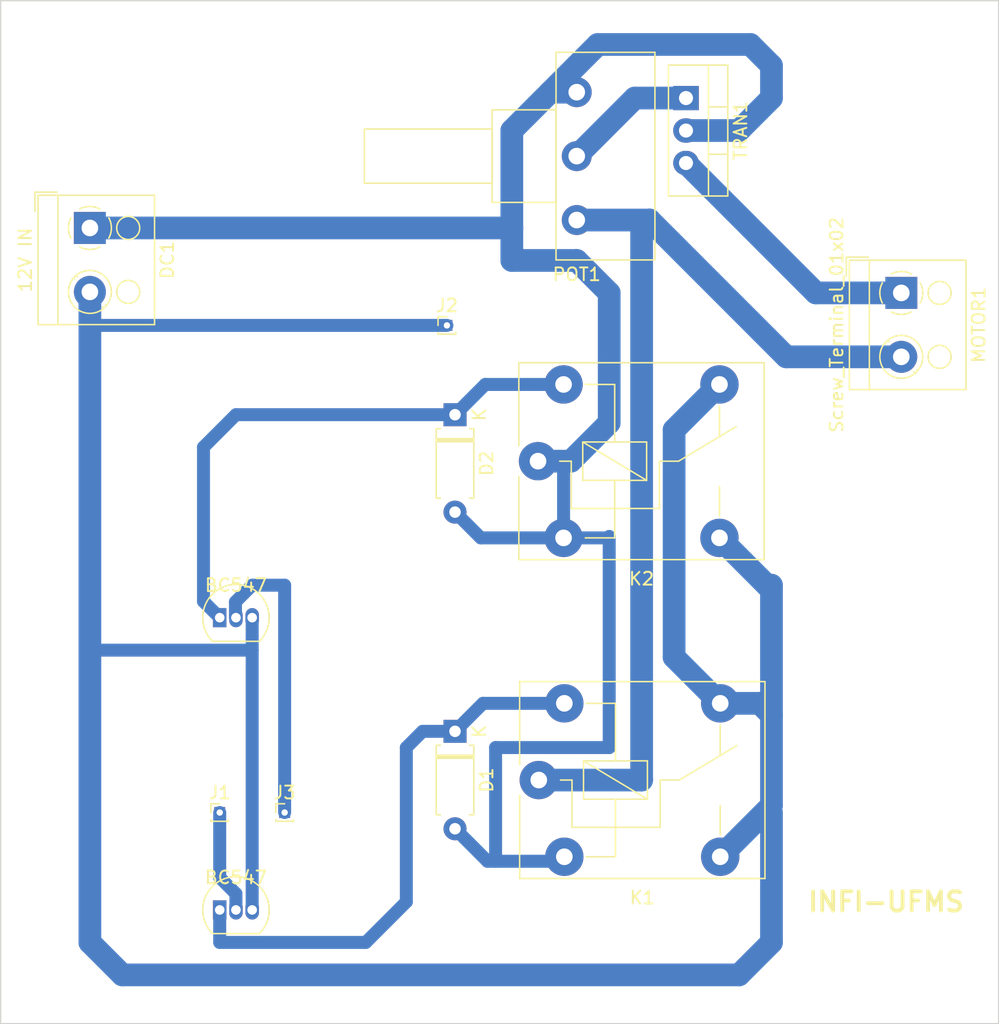
<source format=kicad_pcb>
(kicad_pcb (version 20211014) (generator pcbnew)
  (layers (0 "F.Cu" signal) (31 "B.Cu" signal) (34 "B.Paste" user) (35 "F.Paste" user) (36 "B.SilkS" user "B.Silkscreen") (37 "F.SilkS" user "F.Silkscreen") (38 "B.Mask" user) (39 "F.Mask" user) (44 "Edge.Cuts" user))
  (net 0 "")
  (net 1 "Net-(D1-Pad2)")
  (net 2 "Net-(D1-Pad1)")
  (net 3 "Net-(D2-Pad1)")
  (net 4 "Net-(J1-Pad1)")
  (net 5 "Net-(J3-Pad1)")
  (net 6 "Net-(K1-Pad11)")
  (net 7 "Net-(DC1-Pad2)")
  (net 8 "Net-(MOTOR1-Pad1)")
  (net 9 "Net-(POT1-Pad2)")
  (footprint "Package_TO_SOT_THT:TO-92_Inline" (layer "F.Cu") (at 73.66 137.16)
    (fp_text reference "Q1")
    (fp_text value "BC547" (at 1.27 -2.54) (layer "F.SilkS"))
    (fp_line (start -0.53 1.85) (end 3.07 1.85) (layer "F.SilkS") (width 0.12))
    (fp_arc (start -0.568478 1.838478) (mid -1.132087 -0.994977) (end 1.27 -2.6) (layer "F.SilkS") (width 0.12))
    (fp_arc (start 1.27 -2.6) (mid 3.672087 -0.994977) (end 3.108478 1.838478) (layer "F.SilkS") (width 0.12))
    (pad "1" thru_hole rect (at 0 0) (size 1.05 1.5) (drill 0.75) (layers *.Cu *.Mask) (net 2 "Net-(D1-Pad1)"))
    (pad "2" thru_hole oval (at 1.27 0) (size 1.05 1.5) (drill 0.75) (layers *.Cu *.Mask) (net 4 "Net-(J1-Pad1)"))
    (pad "3" thru_hole oval (at 2.54 0) (size 1.05 1.5) (drill 0.75) (layers *.Cu *.Mask) (net 7 "Net-(DC1-Pad2)"))
  )
  (footprint "Relay_THT:Relay_SPDT_Finder_36.11" (layer "F.Cu") (at 98.57 102.06)
    (fp_text reference "K2" (at 8.1 9.2) (layer "F.SilkS"))
    (fp_text value "FINDER-36.11")
    (fp_line (start 8.5 1.5) (end 3.5 -1.5) (layer "F.SilkS") (width 0.12))
    (fp_line (start -1.5 1.2) (end -1.5 7.7) (layer "F.SilkS") (width 0.12))
    (fp_line (start 6 1.5) (end 6 6) (layer "F.SilkS") (width 0.12))
    (fp_line (start 6 -6) (end 6 -1.5) (layer "F.SilkS") (width 0.12))
    (fp_line (start 14.2 -4.3) (end 14.2 -2) (layer "F.SilkS") (width 0.12))
    (fp_line (start 14.2 4.3) (end 14.2 2) (layer "F.SilkS") (width 0.12))
    (fp_line (start 9.5 3.7) (end 2.6 3.7) (layer "F.SilkS") (width 0.12))
    (fp_line (start 8.5 -1.5) (end 8.5 1.5) (layer "F.SilkS") (width 0.12))
    (fp_line (start 9.5 0) (end 11 0) (layer "F.SilkS") (width 0.12))
    (fp_line (start 9.5 0) (end 9.5 3.7) (layer "F.SilkS") (width 0.12))
    (fp_line (start 2.6 0) (end 1.7 0) (layer "F.SilkS") (width 0.12))
    (fp_line (start -1.5 -7.7) (end 17.7 -7.7) (layer "F.SilkS") (width 0.12))
    (fp_line (start 17.7 7.7) (end -1.5 7.7) (layer "F.SilkS") (width 0.12))
    (fp_line (start 8.5 1.5) (end 3.5 1.5) (layer "F.SilkS") (width 0.12))
    (fp_line (start 3.7 6) (end 6 6) (layer "F.SilkS") (width 0.12))
    (fp_line (start -1.5 -7.7) (end -1.5 -1.2) (layer "F.SilkS") (width 0.12))
    (fp_line (start 3.5 -1.5) (end 8.5 -1.5) (layer "F.SilkS") (width 0.12))
    (fp_line (start 3.5 1.5) (end 3.5 -1.5) (layer "F.SilkS") (width 0.12))
    (fp_line (start 11 0) (end 15.5 -2.7) (layer "F.SilkS") (width 0.12))
    (fp_line (start 6 -6) (end 3.7 -6) (layer "F.SilkS") (width 0.12))
    (fp_line (start 2.6 0) (end 2.6 3.7) (layer "F.SilkS") (width 0.12))
    (fp_line (start 17.7 -7.7) (end 17.7 7.7) (layer "F.SilkS") (width 0.12))
    (pad "11" thru_hole circle (at 0 0) (size 3 3) (drill 1.3) (layers *.Cu *.Mask) (net 1 "Net-(D1-Pad2)"))
    (pad "12" thru_hole circle (at 14.2 -6) (size 3 3) (drill 1.3) (layers *.Cu *.Mask) (net 7 "Net-(DC1-Pad2)"))
    (pad "14" thru_hole circle (at 14.2 6) (size 3 3) (drill 1.3) (layers *.Cu *.Mask) (net 7 "Net-(DC1-Pad2)"))
    (pad "A1" thru_hole circle (at 2 6) (size 3 3) (drill 1.3) (layers *.Cu *.Mask) (net 1 "Net-(D1-Pad2)"))
    (pad "A2" thru_hole circle (at 2 -6) (size 3 3) (drill 1.3) (layers *.Cu *.Mask) (net 3 "Net-(D2-Pad1)"))
  )
  (footprint "Connector_PinHeader_1.00mm:PinHeader_1x01_P1.00mm_Vertical" (layer "F.Cu") (at 78.74 129.54)
    (fp_text reference "J3" (at 0 -1.56) (layer "F.SilkS"))
    (fp_text value "ARDU MOTOR 2")
    (fp_line (start -0.695 0.685) (end 0.695 0.685) (layer "F.SilkS") (width 0.12))
    (fp_line (start -0.695 0.685) (end -0.608276 0.685) (layer "F.SilkS") (width 0.12))
    (fp_line (start 0.608276 0.685) (end 0.695 0.685) (layer "F.SilkS") (width 0.12))
    (fp_line (start -0.695 -0.685) (end 0 -0.685) (layer "F.SilkS") (width 0.12))
    (fp_line (start -0.695 0.685) (end -0.695 0.56) (layer "F.SilkS") (width 0.12))
    (fp_line (start 0.695 0.685) (end 0.695 0.56) (layer "F.SilkS") (width 0.12))
    (fp_line (start -0.695 0) (end -0.695 -0.685) (layer "F.SilkS") (width 0.12))
    (pad "1" thru_hole rect (at 0 0) (size 0.85 0.85) (drill 0.5) (layers *.Cu *.Mask) (net 5 "Net-(J3-Pad1)"))
  )
  (footprint "Diode_THT:D_A-405_P7.62mm_Horizontal" (layer "F.Cu") (at 92.075 123.19 -90)
    (fp_text reference "D1" (at 3.81 -2.47 -90) (layer "F.SilkS"))
    (fp_text value "DIODE")
    (fp_text user "K" (at 0 -1.9 -90) (layer "F.SilkS"))
    (fp_line (start 1.09 -1.47) (end 6.53 -1.47) (layer "F.SilkS") (width 0.12))
    (fp_line (start 1.09 1.14) (end 1.09 1.47) (layer "F.SilkS") (width 0.12))
    (fp_line (start 1.09 1.47) (end 6.53 1.47) (layer "F.SilkS") (width 0.12))
    (fp_line (start 6.53 -1.47) (end 6.53 -1.14) (layer "F.SilkS") (width 0.12))
    (fp_line (start 6.53 1.47) (end 6.53 1.14) (layer "F.SilkS") (width 0.12))
    (fp_line (start 1.09 -1.14) (end 1.09 -1.47) (layer "F.SilkS") (width 0.12))
    (fp_line (start 1.87 -1.47) (end 1.87 1.47) (layer "F.SilkS") (width 0.12))
    (fp_line (start 2.11 -1.47) (end 2.11 1.47) (layer "F.SilkS") (width 0.12))
    (fp_line (start 1.99 -1.47) (end 1.99 1.47) (layer "F.SilkS") (width 0.12))
    (pad "1" thru_hole rect (at 0 0 270) (size 1.8 1.8) (drill 0.9) (layers *.Cu *.Mask) (net 2 "Net-(D1-Pad1)"))
    (pad "2" thru_hole oval (at 7.62 0 270) (size 1.8 1.8) (drill 0.9) (layers *.Cu *.Mask) (net 1 "Net-(D1-Pad2)"))
  )
  (footprint "Connector_PinHeader_1.00mm:PinHeader_1x01_P1.00mm_Vertical" (layer "F.Cu") (at 91.44 91.44)
    (fp_text reference "J2" (at 0 -1.56) (layer "F.SilkS"))
    (fp_text value "ARDU GND")
    (fp_line (start -0.695 0.685) (end -0.608276 0.685) (layer "F.SilkS") (width 0.12))
    (fp_line (start -0.695 -0.685) (end 0 -0.685) (layer "F.SilkS") (width 0.12))
    (fp_line (start -0.695 0) (end -0.695 -0.685) (layer "F.SilkS") (width 0.12))
    (fp_line (start 0.695 0.685) (end 0.695 0.56) (layer "F.SilkS") (width 0.12))
    (fp_line (start 0.608276 0.685) (end 0.695 0.685) (layer "F.SilkS") (width 0.12))
    (fp_line (start -0.695 0.685) (end -0.695 0.56) (layer "F.SilkS") (width 0.12))
    (fp_line (start -0.695 0.685) (end 0.695 0.685) (layer "F.SilkS") (width 0.12))
    (pad "1" thru_hole rect (at 0 0) (size 0.85 0.85) (drill 0.5) (layers *.Cu *.Mask) (net 7 "Net-(DC1-Pad2)"))
  )
  (footprint "Potentiometer_THT:Potentiometer_Piher_T-16H_Single_Horizontal" (layer "F.Cu") (at 101.6 73.2 180)
    (fp_text reference "POT1" (at 0 -14.25) (layer "F.SilkS"))
    (fp_text value "R_Potentiometer")
    (fp_line (start -6.12 -13.12) (end 1.62 -13.12) (layer "F.SilkS") (width 0.12))
    (fp_line (start 1.62 -8.62) (end 6.62 -8.62) (layer "F.SilkS") (width 0.12))
    (fp_line (start 6.62 -7.12) (end 6.62 -2.88) (layer "F.SilkS") (width 0.12))
    (fp_line (start 6.62 -2.88) (end 16.62 -2.88) (layer "F.SilkS") (width 0.12))
    (fp_line (start -6.12 -13.12) (end -6.12 3.12) (layer "F.SilkS") (width 0.12))
    (fp_line (start -6.12 3.12) (end 1.62 3.12) (layer "F.SilkS") (width 0.12))
    (fp_line (start 16.62 -7.12) (end 16.62 -2.88) (layer "F.SilkS") (width 0.12))
    (fp_line (start 6.62 -7.12) (end 16.62 -7.12) (layer "F.SilkS") (width 0.12))
    (fp_line (start 1.62 -1.38) (end 6.62 -1.38) (layer "F.SilkS") (width 0.12))
    (fp_line (start 6.62 -8.62) (end 6.62 -1.38) (layer "F.SilkS") (width 0.12))
    (fp_line (start 1.62 -8.62) (end 1.62 -1.38) (layer "F.SilkS") (width 0.12))
    (fp_line (start 1.62 -13.12) (end 1.62 3.12) (layer "F.SilkS") (width 0.12))
    (pad "1" thru_hole circle (at 0 0 180) (size 2.34 2.34) (drill 1.3) (layers *.Cu *.Mask) (net 1 "Net-(D1-Pad2)"))
    (pad "2" thru_hole circle (at 0 -5 180) (size 2.34 2.34) (drill 1.3) (layers *.Cu *.Mask) (net 9 "Net-(POT1-Pad2)"))
    (pad "3" thru_hole circle (at 0 -10 180) (size 2.34 2.34) (drill 1.3) (layers *.Cu *.Mask) (net 6 "Net-(K1-Pad11)"))
  )
  (footprint "TerminalBlock_RND:TerminalBlock_RND_205-00001_1x02_P5.00mm_Horizontal" (layer "F.Cu") (at 127 88.9 -90)
    (fp_text reference "MOTOR1" (at 2.5 -6.06 90) (layer "F.SilkS"))
    (fp_text value "Screw_Terminal_01x02" (at 2.5 5.06 90) (layer "F.SilkS"))
    (fp_line (start 3.99 1.216) (end 3.931 1.274) (layer "F.SilkS") (width 0.12))
    (fp_line (start -2.56 -5.06) (end -2.56 4.06) (layer "F.SilkS") (width 0.12))
    (fp_line (start 7.56 -5.06) (end 7.56 4.06) (layer "F.SilkS") (width 0.12))
    (fp_line (start -2.56 4.06) (end 7.56 4.06) (layer "F.SilkS") (width 0.12))
    (fp_line (start 3.82 0.976) (end 3.726 1.069) (layer "F.SilkS") (width 0.12))
    (fp_line (start 6.275 -1.069) (end 6.181 -0.976) (layer "F.SilkS") (width 0.12))
    (fp_line (start -2.56 2.5) (end 7.56 2.5) (layer "F.SilkS") (width 0.12))
    (fp_line (start -2.8 2.56) (end -2.8 4.3) (layer "F.SilkS") (width 0.12))
    (fp_line (start -2.8 4.3) (end -1.3 4.3) (layer "F.SilkS") (width 0.12))
    (fp_line (start -2.56 -5.06) (end 7.56 -5.06) (layer "F.SilkS") (width 0.12))
    (fp_line (start 6.07 -1.275) (end 6.011 -1.216) (layer "F.SilkS") (width 0.12))
    (fp_arc (start 1.483953 -0.789089) (mid 1.680708 -0.00005) (end 1.484 0.789) (layer "F.SilkS") (width 0.12))
    (fp_arc (start -0.789089 -1.483953) (mid -0.00005 -1.680708) (end 0.789 -1.484) (layer "F.SilkS") (width 0.12))
    (fp_arc (start -1.483953 0.789089) (mid -1.680708 0.00005) (end -1.484 -0.789) (layer "F.SilkS") (width 0.12))
    (fp_arc (start 0.788712 1.483352) (mid 0.406429 1.630097) (end 0 1.68) (layer "F.SilkS") (width 0.12))
    (fp_arc (start 0.029383 1.68045) (mid -0.392304 1.634281) (end -0.789 1.484) (layer "F.SilkS") (width 0.12))
    (fp_circle (center 5 -3) (end 5.9 -3) (layer "F.SilkS") (width 0.12) (fill none))
    (fp_circle (center 5 0) (end 6.68 0) (layer "F.SilkS") (width 0.12) (fill none))
    (fp_circle (center 0 -3) (end 0.9 -3) (layer "F.SilkS") (width 0.12) (fill none))
    (pad "1" thru_hole rect (at 0 0 270) (size 2.5 2.5) (drill 1.3) (layers *.Cu *.Mask) (net 8 "Net-(MOTOR1-Pad1)"))
    (pad "2" thru_hole circle (at 5 0 270) (size 2.5 2.5) (drill 1.3) (layers *.Cu *.Mask) (net 6 "Net-(K1-Pad11)"))
  )
  (footprint "Package_TO_SOT_THT:TO-220-3_Vertical" (layer "F.Cu") (at 110.15 73.66 -90)
    (fp_text reference "TRAN1" (at 2.54 -4.27 -90) (layer "F.SilkS"))
    (fp_text value "TIP120")
    (fp_line (start -2.58 -3.27) (end 7.66 -3.27) (layer "F.SilkS") (width 0.12))
    (fp_line (start -2.58 -3.27) (end -2.58 1.371) (layer "F.SilkS") (width 0.12))
    (fp_line (start 0.69 -3.27) (end 0.69 -1.76) (layer "F.SilkS") (width 0.12))
    (fp_line (start 4.391 -3.27) (end 4.391 -1.76) (layer "F.SilkS") (width 0.12))
    (fp_line (start -2.58 1.371) (end 7.66 1.371) (layer "F.SilkS") (width 0.12))
    (fp_line (start -2.58 -1.76) (end 7.66 -1.76) (layer "F.SilkS") (width 0.12))
    (fp_line (start 7.66 -3.27) (end 7.66 1.371) (layer "F.SilkS") (width 0.12))
    (pad "1" thru_hole rect (at 0 0 270) (size 1.905 2) (drill 1.1) (layers *.Cu *.Mask) (net 9 "Net-(POT1-Pad2)"))
    (pad "2" thru_hole oval (at 2.54 0 270) (size 1.905 2) (drill 1.1) (layers *.Cu *.Mask) (net 1 "Net-(D1-Pad2)"))
    (pad "3" thru_hole oval (at 5.08 0 270) (size 1.905 2) (drill 1.1) (layers *.Cu *.Mask) (net 8 "Net-(MOTOR1-Pad1)"))
  )
  (footprint "Relay_THT:Relay_SPDT_Finder_36.11" (layer "F.Cu") (at 98.63 127)
    (fp_text reference "K1" (at 8.1 9.2) (layer "F.SilkS"))
    (fp_text value "FINDER-36.11")
    (fp_line (start 14.2 -4.3) (end 14.2 -2) (layer "F.SilkS") (width 0.12))
    (fp_line (start 14.2 4.3) (end 14.2 2) (layer "F.SilkS") (width 0.12))
    (fp_line (start 8.5 -1.5) (end 8.5 1.5) (layer "F.SilkS") (width 0.12))
    (fp_line (start 17.7 -7.7) (end 17.7 7.7) (layer "F.SilkS") (width 0.12))
    (fp_line (start 11 0) (end 15.5 -2.7) (layer "F.SilkS") (width 0.12))
    (fp_line (start 9.5 0) (end 11 0) (layer "F.SilkS") (width 0.12))
    (fp_line (start 2.6 0) (end 2.6 3.7) (layer "F.SilkS") (width 0.12))
    (fp_line (start 8.5 1.5) (end 3.5 1.5) (layer "F.SilkS") (width 0.12))
    (fp_line (start 6 1.5) (end 6 6) (layer "F.SilkS") (width 0.12))
    (fp_line (start 17.7 7.7) (end -1.5 7.7) (layer "F.SilkS") (width 0.12))
    (fp_line (start 6 -6) (end 6 -1.5) (layer "F.SilkS") (width 0.12))
    (fp_line (start -1.5 -7.7) (end 17.7 -7.7) (layer "F.SilkS") (width 0.12))
    (fp_line (start 9.5 0) (end 9.5 3.7) (layer "F.SilkS") (width 0.12))
    (fp_line (start 9.5 3.7) (end 2.6 3.7) (layer "F.SilkS") (width 0.12))
    (fp_line (start -1.5 -7.7) (end -1.5 -1.2) (layer "F.SilkS") (width 0.12))
    (fp_line (start 3.5 -1.5) (end 8.5 -1.5) (layer "F.SilkS") (width 0.12))
    (fp_line (start 8.5 1.5) (end 3.5 -1.5) (layer "F.SilkS") (width 0.12))
    (fp_line (start -1.5 1.2) (end -1.5 7.7) (layer "F.SilkS") (width 0.12))
    (fp_line (start 6 -6) (end 3.7 -6) (layer "F.SilkS") (width 0.12))
    (fp_line (start 2.6 0) (end 1.7 0) (layer "F.SilkS") (width 0.12))
    (fp_line (start 3.5 1.5) (end 3.5 -1.5) (layer "F.SilkS") (width 0.12))
    (fp_line (start 3.7 6) (end 6 6) (layer "F.SilkS") (width 0.12))
    (pad "11" thru_hole circle (at 0 0) (size 3 3) (drill 1.3) (layers *.Cu *.Mask) (net 6 "Net-(K1-Pad11)"))
    (pad "12" thru_hole circle (at 14.2 -6) (size 3 3) (drill 1.3) (layers *.Cu *.Mask) (net 7 "Net-(DC1-Pad2)"))
    (pad "14" thru_hole circle (at 14.2 6) (size 3 3) (drill 1.3) (layers *.Cu *.Mask) (net 7 "Net-(DC1-Pad2)"))
    (pad "A1" thru_hole circle (at 2 6) (size 3 3) (drill 1.3) (layers *.Cu *.Mask) (net 1 "Net-(D1-Pad2)"))
    (pad "A2" thru_hole circle (at 2 -6) (size 3 3) (drill 1.3) (layers *.Cu *.Mask) (net 2 "Net-(D1-Pad1)"))
  )
  (footprint "Connector_PinHeader_1.00mm:PinHeader_1x01_P1.00mm_Vertical" (layer "F.Cu") (at 73.66 129.54)
    (fp_text reference "J1" (at 0 -1.56) (layer "F.SilkS"))
    (fp_text value "ARDU MOTOR 1")
    (fp_line (start -0.695 0) (end -0.695 -0.685) (layer "F.SilkS") (width 0.12))
    (fp_line (start -0.695 0.685) (end -0.608276 0.685) (layer "F.SilkS") (width 0.12))
    (fp_line (start 0.608276 0.685) (end 0.695 0.685) (layer "F.SilkS") (width 0.12))
    (fp_line (start 0.695 0.685) (end 0.695 0.56) (layer "F.SilkS") (width 0.12))
    (fp_line (start -0.695 0.685) (end 0.695 0.685) (layer "F.SilkS") (width 0.12))
    (fp_line (start -0.695 -0.685) (end 0 -0.685) (layer "F.SilkS") (width 0.12))
    (fp_line (start -0.695 0.685) (end -0.695 0.56) (layer "F.SilkS") (width 0.12))
    (pad "1" thru_hole rect (at 0 0) (size 0.85 0.85) (drill 0.5) (layers *.Cu *.Mask) (net 4 "Net-(J1-Pad1)"))
  )
  (footprint "Package_TO_SOT_THT:TO-92_Inline" (layer "F.Cu") (at 73.66 114.3)
    (fp_text reference "Q2")
    (fp_text value "BC547" (at 1.27 -2.54) (layer "F.SilkS"))
    (fp_line (start -0.53 1.85) (end 3.07 1.85) (layer "F.SilkS") (width 0.12))
    (fp_arc (start 1.27 -2.6) (mid 3.672087 -0.994977) (end 3.108478 1.838478) (layer "F.SilkS") (width 0.12))
    (fp_arc (start -0.568478 1.838478) (mid -1.132087 -0.994977) (end 1.27 -2.6) (layer "F.SilkS") (width 0.12))
    (pad "1" thru_hole rect (at 0 0) (size 1.05 1.5) (drill 0.75) (layers *.Cu *.Mask) (net 3 "Net-(D2-Pad1)"))
    (pad "2" thru_hole oval (at 1.27 0) (size 1.05 1.5) (drill 0.75) (layers *.Cu *.Mask) (net 5 "Net-(J3-Pad1)"))
    (pad "3" thru_hole oval (at 2.54 0) (size 1.05 1.5) (drill 0.75) (layers *.Cu *.Mask) (net 7 "Net-(DC1-Pad2)"))
  )
  (footprint "Diode_THT:D_A-405_P7.62mm_Horizontal" (layer "F.Cu") (at 92.075 98.425 -90)
    (fp_text reference "D2" (at 3.81 -2.47 -90) (layer "F.SilkS"))
    (fp_text value "DIODE")
    (fp_text user "K" (at 0 -1.9 -90) (layer "F.SilkS"))
    (fp_line (start 6.53 1.47) (end 6.53 1.14) (layer "F.SilkS") (width 0.12))
    (fp_line (start 1.87 -1.47) (end 1.87 1.47) (layer "F.SilkS") (width 0.12))
    (fp_line (start 1.09 -1.14) (end 1.09 -1.47) (layer "F.SilkS") (width 0.12))
    (fp_line (start 6.53 -1.47) (end 6.53 -1.14) (layer "F.SilkS") (width 0.12))
    (fp_line (start 1.99 -1.47) (end 1.99 1.47) (layer "F.SilkS") (width 0.12))
    (fp_line (start 1.09 1.14) (end 1.09 1.47) (layer "F.SilkS") (width 0.12))
    (fp_line (start 1.09 1.47) (end 6.53 1.47) (layer "F.SilkS") (width 0.12))
    (fp_line (start 1.09 -1.47) (end 6.53 -1.47) (layer "F.SilkS") (width 0.12))
    (fp_line (start 2.11 -1.47) (end 2.11 1.47) (layer "F.SilkS") (width 0.12))
    (pad "1" thru_hole rect (at 0 0 270) (size 1.8 1.8) (drill 0.9) (layers *.Cu *.Mask) (net 3 "Net-(D2-Pad1)"))
    (pad "2" thru_hole oval (at 7.62 0 270) (size 1.8 1.8) (drill 0.9) (layers *.Cu *.Mask) (net 1 "Net-(D1-Pad2)"))
  )
  (footprint "TerminalBlock_RND:TerminalBlock_RND_205-00001_1x02_P5.00mm_Horizontal" (layer "F.Cu") (at 63.5 83.82 -90)
    (fp_text reference "DC1" (at 2.5 -6.06 90) (layer "F.SilkS"))
    (fp_text value "12V IN" (at 2.5 5.06 90) (layer "F.SilkS"))
    (fp_line (start -2.56 -5.06) (end -2.56 4.06) (layer "F.SilkS") (width 0.12))
    (fp_line (start 6.07 -1.275) (end 6.011 -1.216) (layer "F.SilkS") (width 0.12))
    (fp_line (start 3.82 0.976) (end 3.726 1.069) (layer "F.SilkS") (width 0.12))
    (fp_line (start -2.8 2.56) (end -2.8 4.3) (layer "F.SilkS") (width 0.12))
    (fp_line (start -2.56 -5.06) (end 7.56 -5.06) (layer "F.SilkS") (width 0.12))
    (fp_line (start 3.99 1.216) (end 3.931 1.274) (layer "F.SilkS") (width 0.12))
    (fp_line (start -2.56 2.5) (end 7.56 2.5) (layer "F.SilkS") (width 0.12))
    (fp_line (start -2.8 4.3) (end -1.3 4.3) (layer "F.SilkS") (width 0.12))
    (fp_line (start 6.275 -1.069) (end 6.181 -0.976) (layer "F.SilkS") (width 0.12))
    (fp_line (start -2.56 4.06) (end 7.56 4.06) (layer "F.SilkS") (width 0.12))
    (fp_line (start 7.56 -5.06) (end 7.56 4.06) (layer "F.SilkS") (width 0.12))
    (fp_arc (start -1.483953 0.789089) (mid -1.680708 0.00005) (end -1.484 -0.789) (layer "F.SilkS") (width 0.12))
    (fp_arc (start 1.483953 -0.789089) (mid 1.680708 -0.00005) (end 1.484 0.789) (layer "F.SilkS") (width 0.12))
    (fp_arc (start 0.029383 1.68045) (mid -0.392304 1.634281) (end -0.789 1.484) (layer "F.SilkS") (width 0.12))
    (fp_arc (start 0.788712 1.483352) (mid 0.406429 1.630097) (end 0 1.68) (layer "F.SilkS") (width 0.12))
    (fp_arc (start -0.789089 -1.483953) (mid -0.00005 -1.680708) (end 0.789 -1.484) (layer "F.SilkS") (width 0.12))
    (fp_circle (center 5 -3) (end 5.9 -3) (layer "F.SilkS") (width 0.12) (fill none))
    (fp_circle (center 0 -3) (end 0.9 -3) (layer "F.SilkS") (width 0.12) (fill none))
    (fp_circle (center 5 0) (end 6.68 0) (layer "F.SilkS") (width 0.12) (fill none))
    (pad "1" thru_hole rect (at 0 0 270) (size 2.5 2.5) (drill 1.3) (layers *.Cu *.Mask) (net 1 "Net-(D1-Pad2)"))
    (pad "2" thru_hole circle (at 5 0 270) (size 2.5 2.5) (drill 1.3) (layers *.Cu *.Mask) (net 7 "Net-(DC1-Pad2)"))
  )
  (gr_rect (start 56.515 146.05) (end 134.62 66.04) (layer "Edge.Cuts") (width 0.1) (fill none))
  (gr_text "INFI-UFMS\n" (at 132.08 136.525) (layer "F.SilkS") (effects (font (size 1.5 1.5) (thickness 0.3)) (justify right)))
  (segment (start 94.09 108.06) (end 92.075 106.045) (width 1.016) (layer "B.Cu") (net 1))
  (segment (start 104.14 99.06) (end 104.14 88.9) (width 1.778) (layer "B.Cu") (net 1))
  (segment (start 103.251 69.469) (end 99.52 73.2) (width 1.778) (layer "B.Cu") (net 1))
  (segment (start 100.57 102.63) (end 101.14 102.06) (width 1.016) (layer "B.Cu") (net 1))
  (segment (start 104.03 108.06) (end 100.57 108.06) (width 1.016) (layer "B.Cu") (net 1))
  (segment (start 99.52 73.2) (end 101.6 73.2) (width 1.778) (layer "B.Cu") (net 1))
  (segment (start 95.25 133.35) (end 95.25 124.46) (width 1.016) (layer "B.Cu") (net 1))
  (segment (start 98.57 102.06) (end 101.14 102.06) (width 1.778) (layer "B.Cu") (net 1))
  (segment (start 116.84 73.66) (end 116.84 71.12) (width 1.778) (layer "B.Cu") (net 1))
  (segment (start 110.15 76.2) (end 114.3 76.2) (width 1.778) (layer "B.Cu") (net 1))
  (segment (start 104.14 88.9) (end 101.6 86.36) (width 1.778) (layer "B.Cu") (net 1))
  (segment (start 115.189 69.469) (end 103.251 69.469) (width 1.778) (layer "B.Cu") (net 1))
  (segment (start 100.57 108.06) (end 94.09 108.06) (width 1.016) (layer "B.Cu") (net 1))
  (segment (start 116.84 71.12) (end 115.189 69.469) (width 1.778) (layer "B.Cu") (net 1))
  (segment (start 114.3 76.2) (end 116.84 73.66) (width 1.778) (layer "B.Cu") (net 1))
  (segment (start 101.14 102.06) (end 104.14 99.06) (width 1.778) (layer "B.Cu") (net 1))
  (segment (start 101.6 86.36) (end 96.52 86.36) (width 1.778) (layer "B.Cu") (net 1))
  (segment (start 96.52 76.2) (end 99.52 73.2) (width 1.778) (layer "B.Cu") (net 1))
  (segment (start 95.25 124.46) (end 104.14 124.46) (width 1.016) (layer "B.Cu") (net 1))
  (segment (start 94.615 133.35) (end 92.075 130.81) (width 1.016) (layer "B.Cu") (net 1))
  (segment (start 95.25 133.35) (end 94.615 133.35) (width 1.016) (layer "B.Cu") (net 1))
  (segment (start 100.57 108.06) (end 100.57 102.63) (width 1.016) (layer "B.Cu") (net 1))
  (segment (start 96.52 83.82) (end 96.52 76.2) (width 1.778) (layer "B.Cu") (net 1))
  (segment (start 104.14 124.46) (end 104.14 107.95) (width 1.016) (layer "B.Cu") (net 1))
  (segment (start 63.5 83.82) (end 96.52 83.82) (width 1.778) (layer "B.Cu") (net 1))
  (segment (start 95.25 133.35) (end 100.28 133.35) (width 1.016) (layer "B.Cu") (net 1))
  (segment (start 96.52 86.36) (end 96.52 83.82) (width 1.778) (layer "B.Cu") (net 1))
  (segment (start 104.14 107.95) (end 104.03 108.06) (width 1.016) (layer "B.Cu") (net 1))
  (segment (start 100.28 133.35) (end 100.63 133) (width 1.016) (layer "B.Cu") (net 1))
  (segment (start 92.075 123.19) (end 89.535 123.19) (width 1.016) (layer "B.Cu") (net 2))
  (segment (start 94.265 121) (end 92.075 123.19) (width 1.016) (layer "B.Cu") (net 2))
  (segment (start 100.63 121) (end 94.265 121) (width 1.016) (layer "B.Cu") (net 2))
  (segment (start 88.265 136.525) (end 85.09 139.7) (width 1.016) (layer "B.Cu") (net 2))
  (segment (start 89.535 123.19) (end 88.265 124.46) (width 1.016) (layer "B.Cu") (net 2))
  (segment (start 85.09 139.7) (end 73.66 139.7) (width 1.016) (layer "B.Cu") (net 2))
  (segment (start 73.66 139.7) (end 73.66 137.16) (width 1.016) (layer "B.Cu") (net 2))
  (segment (start 88.265 124.46) (end 88.265 136.525) (width 1.016) (layer "B.Cu") (net 2))
  (segment (start 92.075 98.425) (end 74.93 98.425) (width 1.016) (layer "B.Cu") (net 3))
  (segment (start 72.39 113.03) (end 73.66 114.3) (width 1.016) (layer "B.Cu") (net 3))
  (segment (start 72.39 100.965) (end 72.39 113.03) (width 1.016) (layer "B.Cu") (net 3))
  (segment (start 100.57 96.06) (end 94.44 96.06) (width 1.016) (layer "B.Cu") (net 3))
  (segment (start 74.93 98.425) (end 72.39 100.965) (width 1.016) (layer "B.Cu") (net 3))
  (segment (start 94.44 96.06) (end 92.075 98.425) (width 1.016) (layer "B.Cu") (net 3))
  (segment (start 74.93 137.16) (end 74.93 135.89) (width 1.016) (layer "B.Cu") (net 4))
  (segment (start 74.93 135.89) (end 73.66 134.62) (width 1.016) (layer "B.Cu") (net 4))
  (segment (start 73.66 134.62) (end 73.66 129.54) (width 1.016) (layer "B.Cu") (net 4))
  (segment (start 74.893 113.067) (end 74.893 114.3) (width 1.016) (layer "B.Cu") (net 5))
  (segment (start 78.74 111.76) (end 76.2 111.76) (width 1.016) (layer "B.Cu") (net 5))
  (segment (start 76.2 111.76) (end 74.893 113.067) (width 1.016) (layer "B.Cu") (net 5))
  (segment (start 78.74 129.54) (end 78.74 111.76) (width 1.016) (layer "B.Cu") (net 5))
  (segment (start 106.68 83.82) (end 107.3 83.2) (width 1.778) (layer "B.Cu") (net 6))
  (segment (start 106.68 127) (end 106.68 83.82) (width 1.778) (layer "B.Cu") (net 6))
  (segment (start 98.63 127) (end 106.68 127) (width 1.778) (layer "B.Cu") (net 6))
  (segment (start 118 93.9) (end 107.3 83.2) (width 1.778) (layer "B.Cu") (net 6))
  (segment (start 127 93.9) (end 118 93.9) (width 1.778) (layer "B.Cu") (net 6))
  (segment (start 101.6 83.2) (end 107.3 83.2) (width 1.778) (layer "B.Cu") (net 6))
  (segment (start 116.84 139.7) (end 114.3 142.24) (width 1.778) (layer "B.Cu") (net 7))
  (segment (start 63.5 139.7) (end 63.5 116.84) (width 1.778) (layer "B.Cu") (net 7))
  (segment (start 91.44 91.44) (end 63.5 91.44) (width 1.016) (layer "B.Cu") (net 7))
  (segment (start 112.83 121) (end 115.92 121) (width 1.778) (layer "B.Cu") (net 7))
  (segment (start 112.77 96.06) (end 109.22 99.61) (width 1.778) (layer "B.Cu") (net 7))
  (segment (start 116.84 121.92) (end 116.84 128.99) (width 1.778) (layer "B.Cu") (net 7))
  (segment (start 109.22 117.39) (end 112.83 121) (width 1.778) (layer "B.Cu") (net 7))
  (segment (start 63.5 91.44) (end 63.5 88.82) (width 1.778) (layer "B.Cu") (net 7))
  (segment (start 76.2 116.84) (end 63.5 116.84) (width 1.016) (layer "B.Cu") (net 7))
  (segment (start 116.84 111.76) (end 116.84 121.92) (width 1.778) (layer "B.Cu") (net 7))
  (segment (start 109.22 99.61) (end 109.22 117.39) (width 1.778) (layer "B.Cu") (net 7))
  (segment (start 114.3 142.24) (end 66.04 142.24) (width 1.778) (layer "B.Cu") (net 7))
  (segment (start 116.84 129.54) (end 116.84 139.7) (width 1.778) (layer "B.Cu") (net 7))
  (segment (start 76.2 116.84) (end 76.2 114.3) (width 1.016) (layer "B.Cu") (net 7))
  (segment (start 76.2 137.16) (end 76.2 116.84) (width 1.016) (layer "B.Cu") (net 7))
  (segment (start 116.47 111.76) (end 116.84 111.76) (width 1.778) (layer "B.Cu") (net 7))
  (segment (start 116.84 128.99) (end 112.83 133) (width 1.778) (layer "B.Cu") (net 7))
  (segment (start 112.77 108.06) (end 116.47 111.76) (width 1.778) (layer "B.Cu") (net 7))
  (segment (start 66.04 142.24) (end 63.5 139.7) (width 1.778) (layer "B.Cu") (net 7))
  (segment (start 63.5 116.84) (end 63.5 91.44) (width 1.778) (layer "B.Cu") (net 7))
  (segment (start 115.92 121) (end 116.84 121.92) (width 1.778) (layer "B.Cu") (net 7))
  (segment (start 110.15 78.74) (end 120.31 88.9) (width 1.778) (layer "B.Cu") (net 8))
  (segment (start 120.31 88.9) (end 127 88.9) (width 1.778) (layer "B.Cu") (net 8))
  (segment (start 101.6 78.2) (end 106.14 73.66) (width 1.778) (layer "B.Cu") (net 9))
  (segment (start 106.14 73.66) (end 110.15 73.66) (width 1.778) (layer "B.Cu") (net 9))
)
</source>
